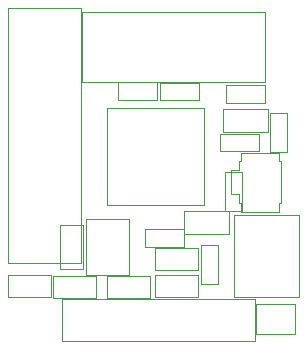
<source format=gbr>
%TF.GenerationSoftware,KiCad,Pcbnew,(5.1.9)-1*%
%TF.CreationDate,2021-06-07T11:13:51+02:00*%
%TF.ProjectId,esp32PicoD4,65737033-3250-4696-936f-44342e6b6963,rev?*%
%TF.SameCoordinates,Original*%
%TF.FileFunction,Other,User*%
%FSLAX46Y46*%
G04 Gerber Fmt 4.6, Leading zero omitted, Abs format (unit mm)*
G04 Created by KiCad (PCBNEW (5.1.9)-1) date 2021-06-07 11:13:51*
%MOMM*%
%LPD*%
G01*
G04 APERTURE LIST*
%ADD10C,0.050000*%
G04 APERTURE END LIST*
D10*
%TO.C,R3*%
X206628000Y-87902000D02*
X203328000Y-87902000D01*
X206628000Y-86442000D02*
X206628000Y-87902000D01*
X203328000Y-86442000D02*
X206628000Y-86442000D01*
X203328000Y-87902000D02*
X203328000Y-86442000D01*
%TO.C,AE1*%
X204928000Y-89524000D02*
X204228000Y-89524000D01*
X204928000Y-92324000D02*
X204928000Y-91524000D01*
X204928000Y-88724000D02*
X205128000Y-88724000D01*
X205128000Y-88724000D02*
X205128000Y-88024000D01*
X208328000Y-88024000D02*
X205128000Y-88024000D01*
X204928000Y-89524000D02*
X204928000Y-88724000D01*
X208328000Y-88724000D02*
X208328000Y-88024000D01*
X208328000Y-88724000D02*
X208528000Y-88724000D01*
X208328000Y-93024000D02*
X205128000Y-93024000D01*
X205128000Y-93024000D02*
X205128000Y-92324000D01*
X204928000Y-92324000D02*
X205128000Y-92324000D01*
X208528000Y-92324000D02*
X208528000Y-88724000D01*
X208328000Y-93024000D02*
X208328000Y-92324000D01*
X208328000Y-92324000D02*
X208528000Y-92324000D01*
X204928000Y-91524000D02*
X204228000Y-91524000D01*
X204228000Y-91524000D02*
X204228000Y-89524000D01*
%TO.C,B1*%
X206376000Y-100858000D02*
X209676000Y-100858000D01*
X206376000Y-100858000D02*
X206376000Y-103358000D01*
X209676000Y-103358000D02*
X209676000Y-100858000D01*
X209676000Y-103358000D02*
X206376000Y-103358000D01*
%TO.C,C1*%
X189774000Y-94132000D02*
X191734000Y-94132000D01*
X191734000Y-94132000D02*
X191734000Y-97892000D01*
X191734000Y-97892000D02*
X189774000Y-97892000D01*
X189774000Y-97892000D02*
X189774000Y-94132000D01*
%TO.C,L6*%
X207550000Y-84650000D02*
X209010000Y-84650000D01*
X209010000Y-84650000D02*
X209010000Y-87950000D01*
X209010000Y-87950000D02*
X207550000Y-87950000D01*
X207550000Y-87950000D02*
X207550000Y-84650000D01*
%TO.C,C8*%
X203740000Y-89636000D02*
X205200000Y-89636000D01*
X205200000Y-89636000D02*
X205200000Y-92936000D01*
X205200000Y-92936000D02*
X203740000Y-92936000D01*
X203740000Y-92936000D02*
X203740000Y-89636000D01*
%TO.C,C7*%
X203836000Y-83788000D02*
X203836000Y-82328000D01*
X203836000Y-82328000D02*
X207136000Y-82328000D01*
X207136000Y-82328000D02*
X207136000Y-83788000D01*
X207136000Y-83788000D02*
X203836000Y-83788000D01*
%TO.C,D8*%
X210014000Y-100224000D02*
X210014000Y-93324000D01*
X204514000Y-100224000D02*
X210014000Y-100224000D01*
X204514000Y-93324000D02*
X204514000Y-100224000D01*
X210014000Y-93324000D02*
X204514000Y-93324000D01*
%TO.C,R1*%
X198248000Y-83580000D02*
X198248000Y-82120000D01*
X198248000Y-82120000D02*
X201548000Y-82120000D01*
X201548000Y-82120000D02*
X201548000Y-83580000D01*
X201548000Y-83580000D02*
X198248000Y-83580000D01*
%TO.C,R8*%
X197794000Y-98364000D02*
X201494000Y-98364000D01*
X197794000Y-100264000D02*
X197794000Y-98364000D01*
X201494000Y-100264000D02*
X197794000Y-100264000D01*
X201494000Y-98364000D02*
X201494000Y-100264000D01*
%TO.C,R7*%
X197794000Y-96078000D02*
X201494000Y-96078000D01*
X197794000Y-97978000D02*
X197794000Y-96078000D01*
X201494000Y-97978000D02*
X197794000Y-97978000D01*
X201494000Y-96078000D02*
X201494000Y-97978000D01*
%TO.C,RX1*%
X203168000Y-95886000D02*
X203168000Y-99186000D01*
X201708000Y-95886000D02*
X203168000Y-95886000D01*
X201708000Y-99186000D02*
X201708000Y-95886000D01*
X203168000Y-99186000D02*
X201708000Y-99186000D01*
%TO.C,TX1*%
X196978000Y-94520000D02*
X200278000Y-94520000D01*
X196978000Y-95980000D02*
X196978000Y-94520000D01*
X200278000Y-95980000D02*
X196978000Y-95980000D01*
X200278000Y-94520000D02*
X200278000Y-95980000D01*
%TO.C,J1*%
X189970000Y-104008000D02*
X206270000Y-104008000D01*
X206270000Y-104008000D02*
X206270000Y-100408000D01*
X206270000Y-100408000D02*
X189970000Y-100408000D01*
X189970000Y-100408000D02*
X189970000Y-104008000D01*
%TO.C,R5*%
X193730000Y-100350000D02*
X193730000Y-98450000D01*
X193730000Y-98450000D02*
X197430000Y-98450000D01*
X197430000Y-98450000D02*
X197430000Y-100350000D01*
X197430000Y-100350000D02*
X193730000Y-100350000D01*
%TO.C,R2*%
X192858000Y-98450000D02*
X192858000Y-100350000D01*
X192858000Y-100350000D02*
X189158000Y-100350000D01*
X189158000Y-100350000D02*
X189158000Y-98450000D01*
X189158000Y-98450000D02*
X192858000Y-98450000D01*
%TO.C,R6*%
X189048000Y-98364000D02*
X189048000Y-100264000D01*
X189048000Y-100264000D02*
X185348000Y-100264000D01*
X185348000Y-100264000D02*
X185348000Y-98364000D01*
X185348000Y-98364000D02*
X189048000Y-98364000D01*
%TO.C,C11*%
X200304000Y-94960000D02*
X200304000Y-93000000D01*
X200304000Y-93000000D02*
X204064000Y-93000000D01*
X204064000Y-93000000D02*
X204064000Y-94960000D01*
X204064000Y-94960000D02*
X200304000Y-94960000D01*
%TO.C,C4*%
X203606000Y-86324000D02*
X203606000Y-84364000D01*
X203606000Y-84364000D02*
X207366000Y-84364000D01*
X207366000Y-84364000D02*
X207366000Y-86324000D01*
X207366000Y-86324000D02*
X203606000Y-86324000D01*
%TO.C,U2*%
X201966000Y-92492000D02*
X201966000Y-84292000D01*
X201966000Y-84292000D02*
X193766000Y-84292000D01*
X193766000Y-84292000D02*
X193766000Y-92492000D01*
X193766000Y-92492000D02*
X201966000Y-92492000D01*
%TO.C,U1*%
X192002000Y-98380000D02*
X192002000Y-93620000D01*
X192002000Y-98380000D02*
X195602000Y-98380000D01*
X195602000Y-93620000D02*
X192002000Y-93620000D01*
X195602000Y-93620000D02*
X195602000Y-98380000D01*
%TO.C,J3*%
X185368000Y-75814000D02*
X191568000Y-75814000D01*
X191568000Y-75814000D02*
X191568000Y-97364000D01*
X191568000Y-97364000D02*
X185368000Y-97364000D01*
X185368000Y-97364000D02*
X185368000Y-75814000D01*
%TO.C,D9*%
X197992000Y-82074000D02*
X197992000Y-83534000D01*
X197992000Y-83534000D02*
X194692000Y-83534000D01*
X194692000Y-83534000D02*
X194692000Y-82074000D01*
X194692000Y-82074000D02*
X197992000Y-82074000D01*
%TO.C,A1*%
X207162000Y-76084000D02*
X191662000Y-76084000D01*
X191662000Y-76084000D02*
X191662000Y-82034000D01*
X191662000Y-82034000D02*
X207162000Y-82034000D01*
X207162000Y-82034000D02*
X207162000Y-76084000D01*
%TD*%
M02*

</source>
